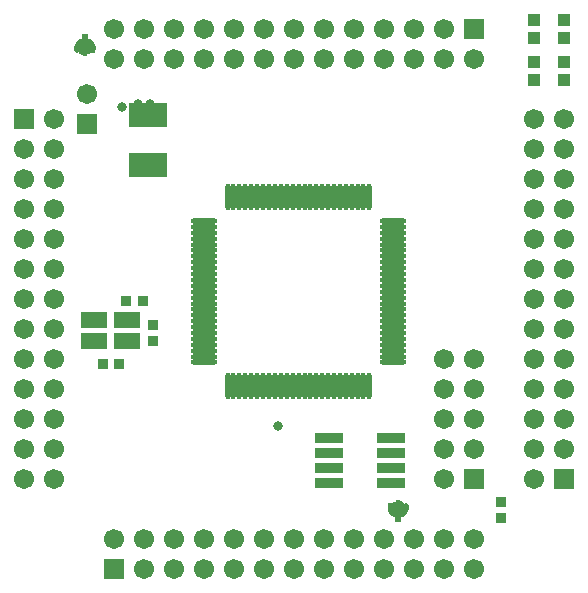
<source format=gts>
%FSLAX23Y23*%
%MOIN*%
G70*
G01*
G75*
G04 Layer_Color=8388736*
%ADD10C,0.012*%
%ADD11C,0.014*%
%ADD12R,0.118X0.073*%
%ADD13R,0.031X0.031*%
%ADD14R,0.087X0.024*%
%ADD15R,0.087X0.024*%
%ADD16O,0.010X0.080*%
%ADD17O,0.080X0.010*%
%ADD18R,0.079X0.047*%
%ADD19R,0.014X0.014*%
%ADD20R,0.020X0.020*%
%ADD21R,0.030X0.030*%
%ADD22R,0.030X0.030*%
%ADD23C,0.008*%
%ADD24C,0.031*%
%ADD25C,0.024*%
%ADD26C,0.020*%
%ADD27C,0.016*%
%ADD28C,0.059*%
%ADD29R,0.059X0.059*%
%ADD30R,0.059X0.059*%
%ADD31C,0.024*%
%ADD32C,0.030*%
%ADD33R,0.060X0.060*%
%ADD34R,0.040X0.050*%
%ADD35R,0.040X0.060*%
%ADD36R,0.085X0.043*%
%ADD37R,0.085X0.043*%
%ADD38R,0.085X0.138*%
%ADD39R,0.022X0.061*%
%ADD40R,0.059X0.051*%
%ADD41R,0.039X0.043*%
%ADD42R,0.059X0.057*%
%ADD43C,0.010*%
%ADD44C,0.010*%
%ADD45C,0.008*%
%ADD46C,0.004*%
%ADD47C,0.005*%
%ADD48C,0.006*%
%ADD49C,0.012*%
%ADD50C,0.006*%
%ADD51C,0.031*%
%ADD52C,0.016*%
%ADD53R,0.126X0.081*%
%ADD54R,0.039X0.039*%
%ADD55R,0.095X0.032*%
%ADD56R,0.095X0.032*%
%ADD57O,0.018X0.088*%
%ADD58O,0.088X0.018*%
%ADD59R,0.087X0.055*%
%ADD60R,0.038X0.038*%
%ADD61R,0.038X0.038*%
%ADD62C,0.067*%
%ADD63R,0.067X0.067*%
%ADD64R,0.067X0.067*%
%ADD65C,0.032*%
D19*
X2302Y6015D02*
D03*
X3347Y4524D02*
D03*
D20*
X2302Y6073D02*
D03*
X3347Y4466D02*
D03*
D51*
X2313Y6037D02*
G03*
X2313Y6037I-11J0D01*
G01*
X3358Y4502D02*
G03*
X3358Y4502I-11J0D01*
G01*
D52*
X2330Y6027D02*
G03*
X2275Y6028I-27J7D01*
G01*
X3320Y4512D02*
G03*
X3375Y4511I27J-7D01*
G01*
D53*
X2512Y5645D02*
D03*
Y5814D02*
D03*
D54*
X3900Y6130D02*
D03*
Y6070D02*
D03*
Y5990D02*
D03*
Y5930D02*
D03*
X3800Y5990D02*
D03*
Y5930D02*
D03*
Y6130D02*
D03*
Y6070D02*
D03*
D55*
X3322Y4635D02*
D03*
Y4685D02*
D03*
Y4735D02*
D03*
X3118Y4585D02*
D03*
Y4635D02*
D03*
Y4685D02*
D03*
Y4735D02*
D03*
D56*
X3322Y4585D02*
D03*
D57*
X2779Y5539D02*
D03*
X2798Y5539D02*
D03*
X2818D02*
D03*
X2838Y5539D02*
D03*
X2857Y5539D02*
D03*
X2877Y5539D02*
D03*
X2897Y5539D02*
D03*
X2917D02*
D03*
X2936D02*
D03*
X2956D02*
D03*
X2976D02*
D03*
X2995D02*
D03*
X3015D02*
D03*
X3035D02*
D03*
X3054D02*
D03*
X3074D02*
D03*
X3094D02*
D03*
X3113D02*
D03*
X3133D02*
D03*
X3153D02*
D03*
X3172D02*
D03*
X3192D02*
D03*
X3212D02*
D03*
X3231D02*
D03*
X3251D02*
D03*
Y4909D02*
D03*
X3231D02*
D03*
X3212D02*
D03*
X3192D02*
D03*
X3172D02*
D03*
X3153D02*
D03*
X3133D02*
D03*
X3113D02*
D03*
X3094D02*
D03*
X3074D02*
D03*
X3054D02*
D03*
X3035D02*
D03*
X3015D02*
D03*
X2995D02*
D03*
X2976D02*
D03*
X2956D02*
D03*
X2936Y4909D02*
D03*
X2917D02*
D03*
X2897D02*
D03*
X2877D02*
D03*
X2857Y4909D02*
D03*
X2838D02*
D03*
X2818Y4909D02*
D03*
X2798D02*
D03*
X2779Y4909D02*
D03*
D58*
X3330Y5460D02*
D03*
Y5440D02*
D03*
Y5421D02*
D03*
Y5401D02*
D03*
Y5381D02*
D03*
Y5362D02*
D03*
Y5342D02*
D03*
Y5322D02*
D03*
Y5303D02*
D03*
Y5283D02*
D03*
Y5263D02*
D03*
Y5243D02*
D03*
Y5224D02*
D03*
Y5204D02*
D03*
Y5184D02*
D03*
Y5165D02*
D03*
X3330Y5145D02*
D03*
X3330Y5125D02*
D03*
Y5106D02*
D03*
Y5066D02*
D03*
Y5047D02*
D03*
Y5027D02*
D03*
Y5007D02*
D03*
Y4988D02*
D03*
X2700D02*
D03*
Y5007D02*
D03*
Y5027D02*
D03*
Y5047D02*
D03*
Y5066D02*
D03*
Y5086D02*
D03*
Y5106D02*
D03*
Y5125D02*
D03*
Y5145D02*
D03*
Y5165D02*
D03*
Y5184D02*
D03*
Y5204D02*
D03*
Y5224D02*
D03*
Y5243D02*
D03*
Y5263D02*
D03*
Y5283D02*
D03*
Y5303D02*
D03*
Y5322D02*
D03*
Y5342D02*
D03*
Y5362D02*
D03*
Y5381D02*
D03*
Y5401D02*
D03*
Y5421D02*
D03*
Y5440D02*
D03*
Y5460D02*
D03*
X3330Y5086D02*
D03*
D59*
X2444Y5058D02*
D03*
X2334D02*
D03*
X2444Y5128D02*
D03*
X2334D02*
D03*
D60*
X2417Y4984D02*
D03*
X2362D02*
D03*
X2441Y5193D02*
D03*
X2496D02*
D03*
D61*
X2531Y5114D02*
D03*
Y5059D02*
D03*
X3689Y4524D02*
D03*
Y4469D02*
D03*
D62*
X2311Y5883D02*
D03*
X3500Y4600D02*
D03*
X3600Y4700D02*
D03*
X3500D02*
D03*
X3600Y4800D02*
D03*
X3500D02*
D03*
X3600Y4900D02*
D03*
X3500D02*
D03*
X3600Y5000D02*
D03*
X3500D02*
D03*
X3600Y6000D02*
D03*
X3500Y6100D02*
D03*
Y6000D02*
D03*
X3400Y6100D02*
D03*
Y6000D02*
D03*
X3300Y6100D02*
D03*
Y6000D02*
D03*
X3200Y6100D02*
D03*
Y6000D02*
D03*
X3100Y6100D02*
D03*
Y6000D02*
D03*
X3000Y6100D02*
D03*
Y6000D02*
D03*
X2900Y6100D02*
D03*
Y6000D02*
D03*
X2800Y6100D02*
D03*
Y6000D02*
D03*
X2700Y6100D02*
D03*
Y6000D02*
D03*
X2600Y6100D02*
D03*
Y6000D02*
D03*
X2500Y6100D02*
D03*
Y6000D02*
D03*
X2400Y6100D02*
D03*
Y6000D02*
D03*
X2200Y5800D02*
D03*
X2100Y5700D02*
D03*
X2200D02*
D03*
X2100Y5600D02*
D03*
X2200D02*
D03*
X2100Y5500D02*
D03*
X2200D02*
D03*
X2100Y5400D02*
D03*
X2200D02*
D03*
X2100Y5300D02*
D03*
X2200D02*
D03*
X2100Y5200D02*
D03*
X2200D02*
D03*
X2100Y5100D02*
D03*
X2200D02*
D03*
X2100Y5000D02*
D03*
X2200D02*
D03*
X2100Y4900D02*
D03*
X2200D02*
D03*
X2100Y4800D02*
D03*
X2200D02*
D03*
X2100Y4700D02*
D03*
X2200D02*
D03*
X2100Y4600D02*
D03*
X2200D02*
D03*
X3600Y4400D02*
D03*
Y4300D02*
D03*
X3500Y4400D02*
D03*
Y4300D02*
D03*
X3400Y4400D02*
D03*
Y4300D02*
D03*
X3300Y4400D02*
D03*
Y4300D02*
D03*
X3200Y4400D02*
D03*
Y4300D02*
D03*
X3100Y4400D02*
D03*
Y4300D02*
D03*
X3000Y4400D02*
D03*
Y4300D02*
D03*
X2900Y4400D02*
D03*
Y4300D02*
D03*
X2800Y4400D02*
D03*
Y4300D02*
D03*
X2700Y4400D02*
D03*
Y4300D02*
D03*
X2600Y4400D02*
D03*
Y4300D02*
D03*
X2500Y4400D02*
D03*
Y4300D02*
D03*
X2400Y4400D02*
D03*
X3800Y5800D02*
D03*
X3900D02*
D03*
X3800Y5700D02*
D03*
X3900D02*
D03*
X3800Y5600D02*
D03*
X3900D02*
D03*
X3800Y5500D02*
D03*
X3900D02*
D03*
X3800Y5400D02*
D03*
X3900D02*
D03*
X3800Y5300D02*
D03*
X3900D02*
D03*
X3800Y5200D02*
D03*
X3900D02*
D03*
X3800Y5100D02*
D03*
X3900D02*
D03*
X3800Y5000D02*
D03*
X3900D02*
D03*
X3800Y4900D02*
D03*
X3900D02*
D03*
X3800Y4800D02*
D03*
X3900D02*
D03*
X3800Y4700D02*
D03*
X3900D02*
D03*
X3800Y4600D02*
D03*
D63*
X2311Y5783D02*
D03*
X3600Y4600D02*
D03*
X2100Y5800D02*
D03*
X3900Y4600D02*
D03*
D64*
X3600Y6100D02*
D03*
X2400Y4300D02*
D03*
D65*
X2945Y4776D02*
D03*
X2520Y5850D02*
D03*
X2480D02*
D03*
X2425Y5839D02*
D03*
M02*

</source>
